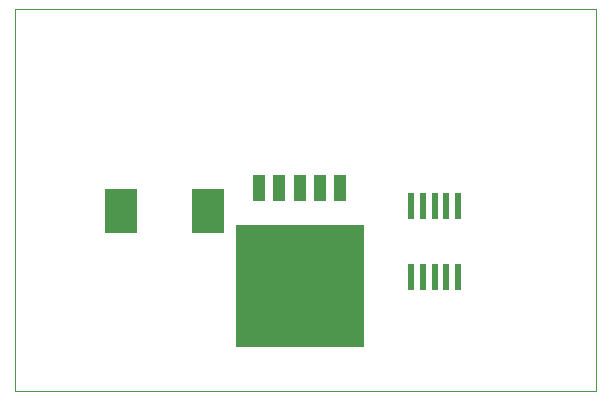
<source format=gbp>
G75*
%MOIN*%
%OFA0B0*%
%FSLAX24Y24*%
%IPPOS*%
%LPD*%
%AMOC8*
5,1,8,0,0,1.08239X$1,22.5*
%
%ADD10C,0.0000*%
%ADD11R,0.0236X0.0866*%
%ADD12R,0.4252X0.4098*%
%ADD13R,0.0420X0.0850*%
%ADD14R,0.1102X0.1496*%
D10*
X000680Y000680D02*
X000680Y013426D01*
X020050Y013426D01*
X020050Y000680D01*
X000680Y000680D01*
D11*
X013893Y004499D03*
X014286Y004499D03*
X014680Y004499D03*
X015074Y004499D03*
X015467Y004499D03*
X015467Y006861D03*
X015074Y006861D03*
X014680Y006861D03*
X014286Y006861D03*
X013893Y006861D03*
D12*
X010180Y004180D03*
D13*
X010180Y007460D03*
X009510Y007460D03*
X008840Y007460D03*
X010850Y007460D03*
X011520Y007460D03*
D14*
X007137Y006680D03*
X004223Y006680D03*
M02*

</source>
